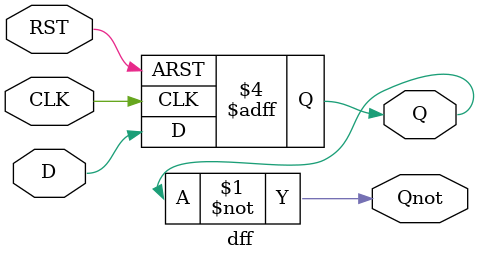
<source format=v>
`timescale 1ns / 1ps
module dff (Q, Qnot, D, CLK, RST);
    output Q, Qnot;
    input D, CLK, RST;
    reg Q;
    assign Qnot = ~Q;
    always @(posedge CLK or negedge RST)
        if (~RST) Q = 1'b0;
        else Q = D;
endmodule

</source>
